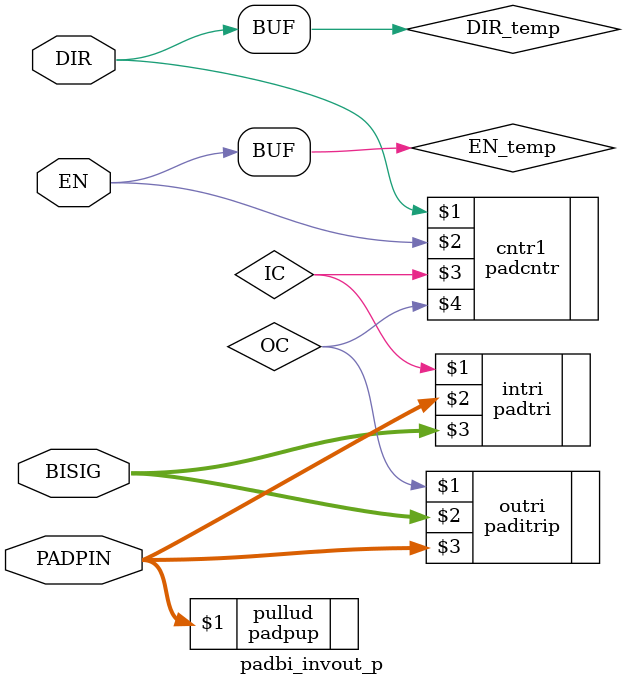
<source format=v>
module padbi_invout_p(EN,DIR,BISIG,PADPIN);
  parameter M = 7;
  parameter N = 0;
  parameter SLIM_FLAG = 0;
  parameter OUTDRIVE = "4MA";
  parameter LEVEL_SHIFTING = 0;
  parameter SCHMITT_TRIGGER = 0;
  parameter PULL_TYPE = "None";
  parameter
        d_EN_r = 0,
        d_EN_f = 0,
        d_DIR_r = 0,
        d_DIR_f = 0,
        d_BISIG = 1,
        d_PADPIN = 1;
  input  EN;
  input  DIR;
  inout [M:N] BISIG;
  inout [M:N] PADPIN;
  wire  EN_temp;
  wire  DIR_temp;
  wire [M:N] BISIG_temp;
  wire [M:N] PADPIN_temp;
  wire  IC;
  wire  OC;
  assign #(d_EN_r,d_EN_f) EN_temp = EN;
  assign #(d_DIR_r,d_DIR_f) DIR_temp = DIR;
  padpup #(M,N,PULL_TYPE) pullud (PADPIN);
  paditrip #(M,N,PULL_TYPE) outri (OC,BISIG,PADPIN);
  padtri #(M,N) intri (IC,PADPIN,BISIG);
  padcntr cntr1 (DIR_temp,EN_temp,IC,OC);
endmodule

</source>
